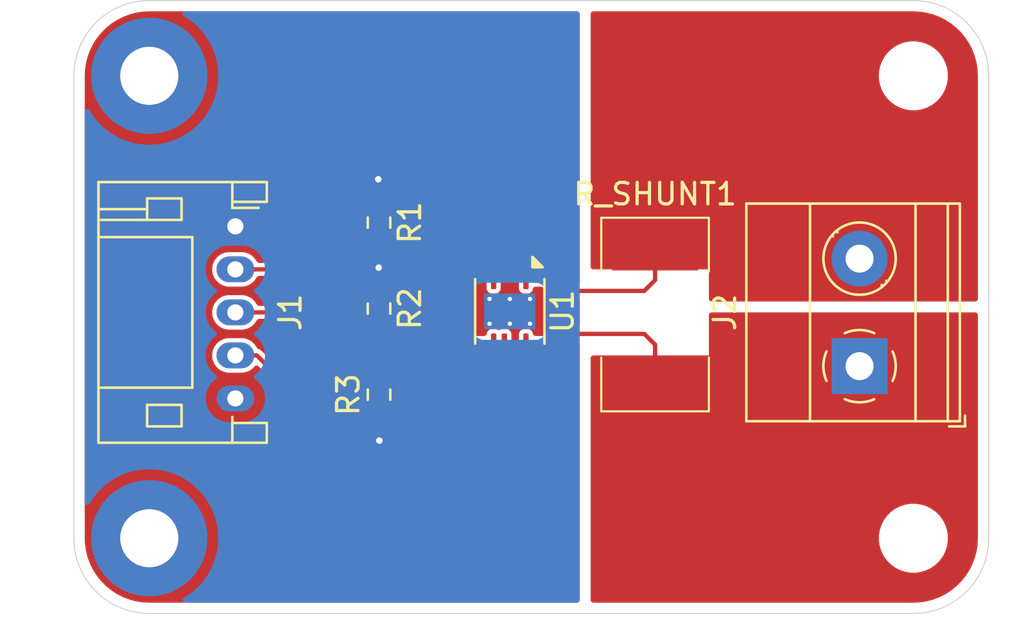
<source format=kicad_pcb>
(kicad_pcb (version 20240108) (generator "pcbnew") (generator_version "8.0")
  (title_block (title "Battery Sense PCB") (date "2024-10-17") (rev "1.0.0") (company "Exocet Polytechnique Montréal") (comment 1 "Auteur: Guillaume Chénier"))
  (layers (0 "F.Cu" signal) (31 "B.Cu" signal) (34 "B.Paste" user) (35 "F.Paste" user) (36 "B.SilkS" user "B.Silkscreen") (37 "F.SilkS" user "F.Silkscreen") (38 "B.Mask" user) (39 "F.Mask" user) (44 "Edge.Cuts" user))
  (net 0 "")
  (net 1 "GND")
  (net 2 "Net-(J1-Pin_3)")
  (net 3 "Net-(J1-Pin_4)")
  (net 4 "Net-(J1-Pin_2)")
  (net 5 "+3.3V")
  (net 6 "Net-(J2-Pin_2)")
  (net 7 "Net-(J2-Pin_1)")
  (footprint "Package_DFN_QFN:DFN-8-1EP_3x3mm_P0.5mm_EP1.65x2.38mm_ThermalVias" (layer "F.Cu") (at 158.75 87.95 -90)
    (property "Reference" "U1" (at 0 -2.45 90) (layer "F.SilkS"))
    (property "Value" "LTC2944")
    (fp_line (start -1.5 1.61) (end 1.5 1.61) (stroke (width 0.12)) (layer "F.SilkS"))
    (fp_line (start -1.5 -1.61) (end 1.5 -1.61) (stroke (width 0.12)) (layer "F.SilkS"))
    (fp_poly (pts (xy -2.05 -1.05) (xy -2.53 -1.05) (xy -2.05 -1.53) (xy -2.05 -1.05)) (stroke (width 0.12)) (fill solid) (layer "F.SilkS"))
    (pad "1" smd roundrect (at -1.45 -0.75 270) (size 0.85 0.25) (layers "F.Cu" "F.Paste" "F.Mask") (net 6 "Net-(J2-Pin_2)"))
    (pad "2" smd roundrect (at -1.45 -0.25 270) (size 0.85 0.25) (layers "F.Cu" "F.Paste" "F.Mask") (net 1 "GND"))
    (pad "3" smd roundrect (at -1.45 0.25 270) (size 0.85 0.25) (layers "F.Cu" "F.Paste" "F.Mask") (net 1 "GND"))
    (pad "4" smd roundrect (at -1.45 0.75 270) (size 0.85 0.25) (layers "F.Cu" "F.Paste" "F.Mask") (net 4 "Net-(J1-Pin_2)"))
    (pad "5" smd roundrect (at 1.45 0.75 270) (size 0.85 0.25) (layers "F.Cu" "F.Paste" "F.Mask") (net 2 "Net-(J1-Pin_3)"))
    (pad "6" smd roundrect (at 1.45 0.25 270) (size 0.85 0.25) (layers "F.Cu" "F.Paste" "F.Mask") (net 3 "Net-(J1-Pin_4)"))
    (pad "7" smd roundrect (at 1.45 -0.25 270) (size 0.85 0.25) (layers "F.Cu" "F.Paste" "F.Mask") (net 1 "GND"))
    (pad "8" smd roundrect (at 1.45 -0.75 270) (size 0.85 0.25) (layers "F.Cu" "F.Paste" "F.Mask") (net 7 "Net-(J2-Pin_1)"))
    (pad "9" thru_hole circle (at -0.575 -0.94 270) (size 0.5 0.5) (drill 0.2) (property pad_prop_heatsink) (layers "*.Cu") (net 1 "GND"))
    (pad "9" thru_hole circle (at -0.575 0 270) (size 0.5 0.5) (drill 0.2) (property pad_prop_heatsink) (layers "*.Cu") (net 1 "GND"))
    (pad "9" thru_hole circle (at -0.575 0.94 270) (size 0.5 0.5) (drill 0.2) (property pad_prop_heatsink) (layers "*.Cu") (net 1 "GND"))
    (pad "9" smd rect (at 0 0 270) (size 1.65 2.38) (property pad_prop_heatsink) (layers "F.Cu" "F.Mask") (net 1 "GND"))
    (pad "9" smd rect (at 0 0 270) (size 1.65 2.38) (property pad_prop_heatsink) (layers "B.Cu") (net 1 "GND"))
    (pad "9" thru_hole circle (at 0.575 -0.94 270) (size 0.5 0.5) (drill 0.2) (property pad_prop_heatsink) (layers "*.Cu") (net 1 "GND"))
    (pad "9" thru_hole circle (at 0.575 0 270) (size 0.5 0.5) (drill 0.2) (property pad_prop_heatsink) (layers "*.Cu") (net 1 "GND"))
    (pad "9" thru_hole circle (at 0.575 0.94 270) (size 0.5 0.5) (drill 0.2) (property pad_prop_heatsink) (layers "*.Cu") (net 1 "GND"))
  )
  (footprint "MountingHole:MountingHole_2.7mm" (layer "F.Cu") (at 177.5 77)
    (property "Reference" "H1" (hide yes))
    (property "Value" "MountingHole")
    (pad "" np_thru_hole circle (at 0 0) (size 2.7 2.7) (drill 2.7) (layers "*.Cu" "*.Mask"))
  )
  (footprint "MountingHole:MountingHole_2.7mm" (layer "F.Cu") (at 177.5 98.5)
    (property "Reference" "H2" (hide yes))
    (property "Value" "MountingHole")
    (pad "" np_thru_hole circle (at 0 0) (size 2.7 2.7) (drill 2.7) (layers "*.Cu" "*.Mask"))
  )
  (footprint "Resistor_SMD:R_0603_1608Metric" (layer "F.Cu") (at 152.675 91.825 90)
    (property "Reference" "R3" (at 0 -1.43 90) (layer "F.SilkS"))
    (property "Value" "2k")
    (fp_line (start -0.237258 -0.5225) (end 0.237258 -0.5225) (stroke (width 0.12)) (layer "F.SilkS"))
    (fp_line (start -0.237258 0.5225) (end 0.237258 0.5225) (stroke (width 0.12)) (layer "F.SilkS"))
    (pad "1" smd roundrect (at -0.825 0 90) (size 0.8 0.95) (layers "F.Cu" "F.Paste" "F.Mask") (net 5 "+3.3V"))
    (pad "2" smd roundrect (at 0.825 0 90) (size 0.8 0.95) (layers "F.Cu" "F.Paste" "F.Mask") (net 3 "Net-(J1-Pin_4)"))
  )
  (footprint "Resistor_SMD:R_0603_1608Metric" (layer "F.Cu") (at 152.675 83.825 -90)
    (property "Reference" "R1" (at 0 -1.43 90) (layer "F.SilkS"))
    (property "Value" "2k")
    (fp_line (start -0.237258 0.5225) (end 0.237258 0.5225) (stroke (width 0.12)) (layer "F.SilkS"))
    (fp_line (start -0.237258 -0.5225) (end 0.237258 -0.5225) (stroke (width 0.12)) (layer "F.SilkS"))
    (pad "1" smd roundrect (at -0.825 0 270) (size 0.8 0.95) (layers "F.Cu" "F.Paste" "F.Mask") (net 5 "+3.3V"))
    (pad "2" smd roundrect (at 0.825 0 270) (size 0.8 0.95) (layers "F.Cu" "F.Paste" "F.Mask") (net 4 "Net-(J1-Pin_2)"))
  )
  (footprint "Connector_JST:JST_PH_S5B-PH-K_1x05_P2.00mm_Horizontal" (layer "F.Cu") (at 146 84 -90)
    (property "Reference" "J1" (at 4 -2.55 90) (layer "F.SilkS"))
    (property "Value" "Conn_01x05")
    (fp_line (start -2.06 6.36) (end 10.06 6.36) (stroke (width 0.12)) (layer "F.SilkS"))
    (fp_line (start 0.5 6.36) (end 0.5 2) (stroke (width 0.12)) (layer "F.SilkS"))
    (fp_line (start 10.06 6.36) (end 10.06 -1.46) (stroke (width 0.12)) (layer "F.SilkS"))
    (fp_line (start -1.3 4.1) (end -0.3 4.1) (stroke (width 0.12)) (layer "F.SilkS"))
    (fp_line (start -0.8 4.1) (end -0.8 6.36) (stroke (width 0.12)) (layer "F.SilkS"))
    (fp_line (start -0.3 4.1) (end -0.3 6.36) (stroke (width 0.12)) (layer "F.SilkS"))
    (fp_line (start -0.3 4.1) (end -0.3 2.5) (stroke (width 0.12)) (layer "F.SilkS"))
    (fp_line (start 8.3 4.1) (end 8.3 2.5) (stroke (width 0.12)) (layer "F.SilkS"))
    (fp_line (start 9.3 4.1) (end 8.3 4.1) (stroke (width 0.12)) (layer "F.SilkS"))
    (fp_line (start -1.3 2.5) (end -1.3 4.1) (stroke (width 0.12)) (layer "F.SilkS"))
    (fp_line (start -0.3 2.5) (end -1.3 2.5) (stroke (width 0.12)) (layer "F.SilkS"))
    (fp_line (start 8.3 2.5) (end 9.3 2.5) (stroke (width 0.12)) (layer "F.SilkS"))
    (fp_line (start 9.3 2.5) (end 9.3 4.1) (stroke (width 0.12)) (layer "F.SilkS"))
    (fp_line (start 0.5 2) (end 7.5 2) (stroke (width 0.12)) (layer "F.SilkS"))
    (fp_line (start 7.5 2) (end 7.5 6.36) (stroke (width 0.12)) (layer "F.SilkS"))
    (fp_line (start -2.06 0.14) (end -1.14 0.14) (stroke (width 0.12)) (layer "F.SilkS"))
    (fp_line (start -1.14 0.14) (end -1.14 -1.46) (stroke (width 0.12)) (layer "F.SilkS"))
    (fp_line (start -0.86 0.14) (end -1.14 0.14) (stroke (width 0.12)) (layer "F.SilkS"))
    (fp_line (start -0.86 0.14) (end -0.86 -1.075) (stroke (width 0.12)) (layer "F.SilkS"))
    (fp_line (start 9.14 0.14) (end 8.86 0.14) (stroke (width 0.12)) (layer "F.SilkS"))
    (fp_line (start 10.06 0.14) (end 9.14 0.14) (stroke (width 0.12)) (layer "F.SilkS"))
    (fp_line (start -2.06 -1.46) (end -2.06 6.36) (stroke (width 0.12)) (layer "F.SilkS"))
    (fp_line (start -1.14 -1.46) (end -2.06 -1.46) (stroke (width 0.12)) (layer "F.SilkS"))
    (fp_line (start 9.14 -1.46) (end 9.14 0.14) (stroke (width 0.12)) (layer "F.SilkS"))
    (fp_line (start 10.06 -1.46) (end 9.14 -1.46) (stroke (width 0.12)) (layer "F.SilkS"))
    (pad "1" thru_hole roundrect (at 0 0 270) (size 1.2 1.75) (drill 0.75) (layers "*.Cu" "*.Mask") (roundrect_rratio 0.208333) (net 5 "+3.3V"))
    (pad "2" thru_hole oval (at 2 0 270) (size 1.2 1.75) (drill 0.75) (layers "*.Cu" "*.Mask") (net 4 "Net-(J1-Pin_2)"))
    (pad "3" thru_hole oval (at 4 0 270) (size 1.2 1.75) (drill 0.75) (layers "*.Cu" "*.Mask") (net 2 "Net-(J1-Pin_3)"))
    (pad "4" thru_hole oval (at 6 0 270) (size 1.2 1.75) (drill 0.75) (layers "*.Cu" "*.Mask") (net 3 "Net-(J1-Pin_4)"))
    (pad "5" thru_hole oval (at 8 0 270) (size 1.2 1.75) (drill 0.75) (layers "*.Cu" "*.Mask") (net 1 "GND"))
  )
  (footprint "MountingHole:MountingHole_2.7mm_M2.5_Pad" (layer "F.Cu") (at 142 77)
    (property "Reference" "H3" (hide yes))
    (property "Value" "MountingHole_Pad")
    (pad "1" thru_hole circle (at 0 0) (size 5.4 5.4) (drill 2.7) (layers "*.Cu" "*.Mask") (net 1 "GND"))
  )
  (footprint "Resistor_Shunt:Milliohm_Shunt_2512" (layer "F.Cu") (at 165.5 88.1 -90)
    (property "Reference" "R_SHUNT1" (at -5.6 0 0) (layer "F.SilkS"))
    (property "Value" "5m")
    (fp_line (start -4.5 2.5) (end -4.5 -2.5) (stroke (width 0.1)) (layer "F.SilkS"))
    (fp_line (start -2 2.5) (end -4.5 2.5) (stroke (width 0.1)) (layer "F.SilkS"))
    (fp_line (start 4.5 2.5) (end 2 2.5) (stroke (width 0.1)) (layer "F.SilkS"))
    (fp_line (start -4.5 -2.5) (end -2 -2.5) (stroke (width 0.1)) (layer "F.SilkS"))
    (fp_line (start 2 -2.5) (end 4.5 -2.5) (stroke (width 0.1)) (layer "F.SilkS"))
    (fp_line (start 4.5 -2.5) (end 4.5 2.5) (stroke (width 0.1)) (layer "F.SilkS"))
    (pad "1" smd rect (at -3.1 0 270) (size 2.1 4) (layers "F.Cu" "F.Paste" "F.Mask") (net 6 "Net-(J2-Pin_2)"))
    (pad "2" smd rect (at 3.1 0 270) (size 2.1 4) (layers "F.Cu" "F.Paste" "F.Mask") (net 7 "Net-(J2-Pin_1)"))
  )
  (footprint "Resistor_SMD:R_0603_1608Metric" (layer "F.Cu") (at 152.675 87.825 -90)
    (property "Reference" "R2" (at 0 -1.43 90) (layer "F.SilkS"))
    (property "Value" "2k")
    (fp_line (start -0.237258 0.5225) (end 0.237258 0.5225) (stroke (width 0.12)) (layer "F.SilkS"))
    (fp_line (start -0.237258 -0.5225) (end 0.237258 -0.5225) (stroke (width 0.12)) (layer "F.SilkS"))
    (pad "1" smd roundrect (at -0.825 0 270) (size 0.8 0.95) (layers "F.Cu" "F.Paste" "F.Mask") (net 5 "+3.3V"))
    (pad "2" smd roundrect (at 0.825 0 270) (size 0.8 0.95) (layers "F.Cu" "F.Paste" "F.Mask") (net 2 "Net-(J1-Pin_3)"))
  )
  (footprint "TerminalBlock_Phoenix:TerminalBlock_Phoenix_MKDS-1,5-2_1x02_P5.00mm_Horizontal" (layer "F.Cu") (at 175 90.5 90)
    (property "Reference" "J2" (at 2.5 -6.26 90) (layer "F.SilkS"))
    (property "Value" "Screw_Terminal_01x02")
    (fp_line (start 7.56 -5.261) (end 7.56 4.66) (stroke (width 0.12)) (layer "F.SilkS"))
    (fp_line (start -2.56 -5.261) (end 7.56 -5.261) (stroke (width 0.12)) (layer "F.SilkS"))
    (fp_line (start -2.56 -5.261) (end -2.56 4.66) (stroke (width 0.12)) (layer "F.SilkS"))
    (fp_line (start -2.56 -2.301) (end 7.56 -2.301) (stroke (width 0.12)) (layer "F.SilkS"))
    (fp_line (start 6.07 -1.275) (end 6.035 -1.239) (stroke (width 0.12)) (layer "F.SilkS"))
    (fp_line (start 6.275 -1.069) (end 6.228 -1.023) (stroke (width 0.12)) (layer "F.SilkS"))
    (fp_line (start 3.773 1.023) (end 3.726 1.069) (stroke (width 0.12)) (layer "F.SilkS"))
    (fp_line (start 3.966 1.239) (end 3.931 1.274) (stroke (width 0.12)) (layer "F.SilkS"))
    (fp_line (start -2.56 2.6) (end 7.56 2.6) (stroke (width 0.12)) (layer "F.SilkS"))
    (fp_line (start -2.56 4.1) (end 7.56 4.1) (stroke (width 0.12)) (layer "F.SilkS"))
    (fp_line (start -2.8 4.16) (end -2.8 4.9) (stroke (width 0.12)) (layer "F.SilkS"))
    (fp_line (start -2.56 4.66) (end 7.56 4.66) (stroke (width 0.12)) (layer "F.SilkS"))
    (fp_line (start -2.8 4.9) (end -2.3 4.9) (stroke (width 0.12)) (layer "F.SilkS"))
    (fp_arc (start -0.683042 -1.535427) (mid 0.000524 -1.680501) (end 0.684 -1.535) (stroke (width 0.12)) (layer "F.SilkS"))
    (fp_arc (start 1.535427 -0.683042) (mid 1.680501 0.000524) (end 1.535 0.684) (stroke (width 0.12)) (layer "F.SilkS"))
    (fp_arc (start -1.535427 0.683042) (mid -1.680501 -0.000524) (end -1.535 -0.684) (stroke (width 0.12)) (layer "F.SilkS"))
    (fp_arc (start 0.683318 1.534756) (mid 0.349292 1.643288) (end 0 1.68) (stroke (width 0.12)) (layer "F.SilkS"))
    (fp_arc (start 0.028805 1.680253) (mid -0.335551 1.646659) (end -0.684 1.535) (stroke (width 0.12)) (layer "F.SilkS"))
    (fp_circle (center 5 0) (end 6.68 0) (stroke (width 0.12)) (fill none) (layer "F.SilkS"))
    (pad "1" thru_hole rect (at 0 0 90) (size 2.6 2.6) (drill 1.3) (layers "*.Cu" "*.Mask") (net 7 "Net-(J2-Pin_1)"))
    (pad "2" thru_hole circle (at 5 0 90) (size 2.6 2.6) (drill 1.3) (layers "*.Cu" "*.Mask") (net 6 "Net-(J2-Pin_2)"))
  )
  (footprint "MountingHole:MountingHole_2.7mm_M2.5_Pad" (layer "F.Cu") (at 142 98.5)
    (property "Reference" "H4" (hide yes))
    (property "Value" "MountingHole_Pad")
    (pad "1" thru_hole circle (at 0 0) (size 5.4 5.4) (drill 2.7) (layers "*.Cu" "*.Mask") (net 1 "GND"))
  )
  (gr_line (start 142 73.5) (end 177.5 73.5) (stroke (width 0.05)) (layer "Edge.Cuts"))
  (gr_line (start 181 77) (end 181 98.5) (stroke (width 0.05)) (layer "Edge.Cuts"))
  (gr_line (start 177.5 102) (end 142 102) (stroke (width 0.05)) (layer "Edge.Cuts"))
  (gr_arc (start 138.5 77) (mid 139.525126 74.525126) (end 142 73.5) (stroke (width 0.05)) (layer "Edge.Cuts"))
  (gr_line (start 138.5 98.5) (end 138.5 77) (stroke (width 0.05)) (layer "Edge.Cuts"))
  (gr_arc (start 142 102) (mid 139.525126 100.974874) (end 138.5 98.5) (stroke (width 0.05)) (layer "Edge.Cuts"))
  (gr_arc (start 177.5 73.5) (mid 179.974874 74.525126) (end 181 77) (stroke (width 0.05)) (layer "Edge.Cuts"))
  (gr_arc (start 181 98.5) (mid 179.974874 100.974874) (end 177.5 102) (stroke (width 0.05)) (layer "Edge.Cuts"))
  (segment (start 152.675 88.65) (end 153.425 89.4) (width 0.2) (layer "F.Cu") (net 2))
  (segment (start 153.425 89.4) (end 158 89.4) (width 0.2) (layer "F.Cu") (net 2))
  (segment (start 152.025 88) (end 152.675 88.65) (width 0.2) (layer "F.Cu") (net 2))
  (segment (start 146 88) (end 152.025 88) (width 0.2) (layer "F.Cu") (net 2))
  (segment (start 146 90) (end 147 90) (width 0.2) (layer "F.Cu") (net 3))
  (segment (start 157.339386 91) (end 152.675 91) (width 0.2) (layer "F.Cu") (net 3))
  (segment (start 147 90) (end 148 91) (width 0.2) (layer "F.Cu") (net 3))
  (segment (start 158.5 89.4) (end 158.5 89.839386) (width 0.2) (layer "F.Cu") (net 3))
  (segment (start 158.5 89.839386) (end 157.339386 91) (width 0.2) (layer "F.Cu") (net 3))
  (segment (start 148 91) (end 152.675 91) (width 0.2) (layer "F.Cu") (net 3))
  (segment (start 156.15 84.65) (end 158 86.5) (width 0.2) (layer "F.Cu") (net 4))
  (segment (start 146 86) (end 151.325 86) (width 0.2) (layer "F.Cu") (net 4))
  (segment (start 152.675 84.65) (end 156.15 84.65) (width 0.2) (layer "F.Cu") (net 4))
  (segment (start 151.325 86) (end 152.675 84.65) (width 0.2) (layer "F.Cu") (net 4))
  (segment (start 152.675 87) (end 152.675 85.935) (width 0.2) (layer "F.Cu") (net 5))
  (segment (start 152.64 81.81) (end 152.64 82.965) (width 0.2) (layer "F.Cu") (net 5))
  (segment (start 152.675 85.935) (end 152.66 85.92) (width 0.2) (layer "F.Cu") (net 5))
  (segment (start 152.69 92.665) (end 152.675 92.65) (width 0.2) (layer "F.Cu") (net 5))
  (segment (start 152.64 82.965) (end 152.675 83) (width 0.2) (layer "F.Cu") (net 5))
  (segment (start 152.69 93.96) (end 152.69 92.665) (width 0.2) (layer "F.Cu") (net 5))
  (via (at 152.64 81.81) (size 0.6) (drill 0.3) (layers "F.Cu" "B.Cu") (net 5))
  (via (at 152.66 85.92) (size 0.6) (drill 0.3) (layers "F.Cu" "B.Cu") (net 5))
  (via (at 152.69 93.96) (size 0.6) (drill 0.3) (layers "F.Cu" "B.Cu") (net 5))
  (segment (start 166 85.5) (end 165.5 85) (width 0.2) (layer "F.Cu") (net 6))
  (segment (start 165 87) (end 160.87 87) (width 0.2) (layer "F.Cu") (net 6))
  (segment (start 165.5 85) (end 165.5 86.5) (width 0.2) (layer "F.Cu") (net 6))
  (segment (start 160.87 87) (end 160.37 86.5) (width 0.2) (layer "F.Cu") (net 6))
  (segment (start 160.37 86.5) (end 159.5 86.5) (width 0.2) (layer "F.Cu") (net 6))
  (segment (start 165.5 86.5) (end 165 87) (width 0.2) (layer "F.Cu") (net 6))
  (segment (start 165.5 89.5) (end 165 89) (width 0.2) (layer "F.Cu") (net 7))
  (segment (start 165.5 91.2) (end 165.5 89.5) (width 0.2) (layer "F.Cu") (net 7))
  (segment (start 165 89) (end 161 89) (width 0.2) (layer "F.Cu") (net 7))
  (segment (start 161 89) (end 160.6 89.4) (width 0.2) (layer "F.Cu") (net 7))
  (segment (start 174.3 91.2) (end 175 90.5) (width 0.2) (layer "F.Cu") (net 7))
  (segment (start 160.6 89.4) (end 159.5 89.4) (width 0.2) (layer "F.Cu") (net 7))
  (zone (net 7) (net_name "Net-(J2-Pin_1)") (layer "F.Cu") (priority 1) (connect_pads yes (clearance 0.5)) (min_thickness 0.25) (fill yes (thermal_gap 0.5) (thermal_bridge_width 0.5))
    (polygon (pts (xy 181 102) (xy 181 88) (xy 168 88) (xy 168 90) (xy 162 90) (xy 162 102)))
  )
  (zone (net 1) (net_name "GND") (layer "F.Cu") (priority 3) (connect_pads yes (clearance 0.2)) (min_thickness 0.25) (fill yes (thermal_gap 0.5) (thermal_bridge_width 0.5))
    (polygon (pts (xy 162 73.5) (xy 138.5 73.5) (xy 138.5 102) (xy 162 102)))
  )
  (zone (net 6) (net_name "Net-(J2-Pin_2)") (layer "F.Cu") (connect_pads yes (clearance 0.5)) (min_thickness 0.25) (fill yes (thermal_gap 0.5) (thermal_bridge_width 0.5))
    (polygon (pts (xy 181 73.5) (xy 162 73.5) (xy 162 86) (xy 168 86) (xy 168 88) (xy 181 88)))
  )
  (zone (net 5) (net_name "+3.3V") (layer "B.Cu") (priority 2) (connect_pads yes (clearance 0.5)) (min_thickness 0.25) (fill yes (thermal_gap 0.5) (thermal_bridge_width 0.5))
    (polygon (pts (xy 138.5 73.5) (xy 162 73.5) (xy 162 102) (xy 138.5 102)))
  )
)
</source>
